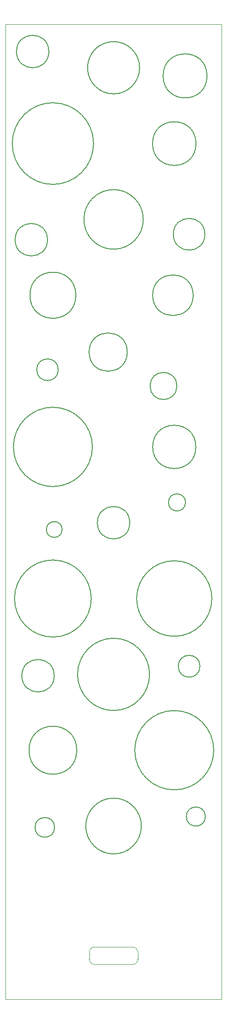
<source format=gm1>
G04 #@! TF.GenerationSoftware,KiCad,Pcbnew,5.1.5+dfsg1-2build2*
G04 #@! TF.CreationDate,2021-12-29T19:23:42+01:00*
G04 #@! TF.ProjectId,wall_usb,77616c6c-5f75-4736-922e-6b696361645f,rev?*
G04 #@! TF.SameCoordinates,Original*
G04 #@! TF.FileFunction,Profile,NP*
%FSLAX46Y46*%
G04 Gerber Fmt 4.6, Leading zero omitted, Abs format (unit mm)*
G04 Created by KiCad (PCBNEW 5.1.5+dfsg1-2build2) date 2021-12-29 19:23:42*
%MOMM*%
%LPD*%
G04 APERTURE LIST*
%ADD10C,0.050000*%
%ADD11C,0.150000*%
%ADD12C,0.100000*%
G04 APERTURE END LIST*
D10*
X123500000Y-190325000D02*
G75*
G02X124500000Y-191325000I0J-1000000D01*
G01*
X124500000Y-192575000D02*
G75*
G02X123500000Y-193575000I-1000000J0D01*
G01*
X116500000Y-193575000D02*
G75*
G02X115500000Y-192575000I0J1000000D01*
G01*
X115500000Y-191325000D02*
G75*
G02X116500000Y-190325000I1000000J0D01*
G01*
X116500000Y-190325000D02*
X123500000Y-190325000D01*
X115500000Y-192575000D02*
X115500000Y-191325000D01*
X124500000Y-192575000D02*
X124500000Y-191325000D01*
X116500000Y-193575000D02*
X123500000Y-193575000D01*
D11*
X137017767Y-166250000D02*
G75*
G03X137017767Y-166250000I-1767767J0D01*
G01*
X109070027Y-168250000D02*
G75*
G03X109070027Y-168250000I-1820027J0D01*
G01*
X110457738Y-113250000D02*
G75*
G03X110457738Y-113250000I-1457738J0D01*
G01*
X136015564Y-138500000D02*
G75*
G03X136015564Y-138500000I-2015564J0D01*
G01*
X109000000Y-140250000D02*
G75*
G03X109000000Y-140250000I-3000000J0D01*
G01*
X137319705Y-29500000D02*
G75*
G03X137319705Y-29500000I-4069705J0D01*
G01*
X108000000Y-25000000D02*
G75*
G03X108000000Y-25000000I-3000000J0D01*
G01*
X107750000Y-59750000D02*
G75*
G03X107750000Y-59750000I-3000000J0D01*
G01*
X109750000Y-83750000D02*
G75*
G03X109750000Y-83750000I-2000000J0D01*
G01*
X136926175Y-58750000D02*
G75*
G03X136926175Y-58750000I-2926175J0D01*
G01*
X131750000Y-86750000D02*
G75*
G03X131750000Y-86750000I-2500000J0D01*
G01*
X133331139Y-108250000D02*
G75*
G03X133331139Y-108250000I-1581139J0D01*
G01*
X113180011Y-154000000D02*
G75*
G03X113180011Y-154000000I-4430011J0D01*
G01*
X125153882Y-168000000D02*
G75*
G03X125153882Y-168000000I-5153882J0D01*
G01*
X138568641Y-154000000D02*
G75*
G03X138568641Y-154000000I-7318641J0D01*
G01*
X126670832Y-140000000D02*
G75*
G03X126670832Y-140000000I-6670832J0D01*
G01*
X115860731Y-126000000D02*
G75*
G03X115860731Y-126000000I-7110731J0D01*
G01*
X138223163Y-126000000D02*
G75*
G03X138223163Y-126000000I-6973163J0D01*
G01*
X116287407Y-42000000D02*
G75*
G03X116287407Y-42000000I-7537407J0D01*
G01*
X124828302Y-28000000D02*
G75*
G03X124828302Y-28000000I-4828302J0D01*
G01*
X135281129Y-42000000D02*
G75*
G03X135281129Y-42000000I-4031129J0D01*
G01*
X125505679Y-56000000D02*
G75*
G03X125505679Y-56000000I-5505679J0D01*
G01*
X113007347Y-70000000D02*
G75*
G03X113007347Y-70000000I-4257347J0D01*
G01*
X134758324Y-70000000D02*
G75*
G03X134758324Y-70000000I-3758324J0D01*
G01*
X122535534Y-80500000D02*
G75*
G03X122535534Y-80500000I-3535534J0D01*
G01*
X116068641Y-98000000D02*
G75*
G03X116068641Y-98000000I-7318641J0D01*
G01*
X135250000Y-98000000D02*
G75*
G03X135250000Y-98000000I-4000000J0D01*
G01*
X123000000Y-112000000D02*
G75*
G03X123000000Y-112000000I-3000000J0D01*
G01*
D12*
X140000000Y-20000000D02*
X100000000Y-19999999D01*
X140000000Y-200000000D02*
X140000000Y-20000000D01*
X100000000Y-200000000D02*
X140000000Y-200000000D01*
X100000000Y-19999999D02*
X100000000Y-200000000D01*
M02*

</source>
